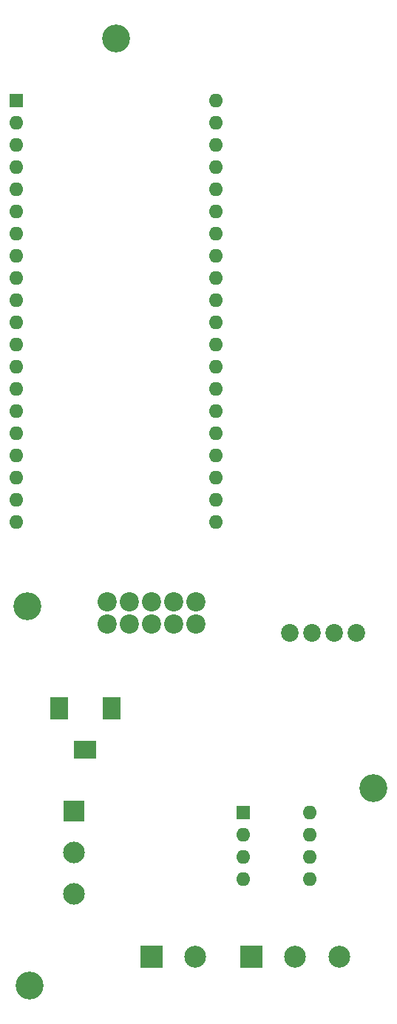
<source format=gbr>
%TF.GenerationSoftware,KiCad,Pcbnew,(6.0.6-0)*%
%TF.CreationDate,2022-11-06T01:19:23-08:00*%
%TF.ProjectId,Main Board,4d61696e-2042-46f6-9172-642e6b696361,rev?*%
%TF.SameCoordinates,Original*%
%TF.FileFunction,Soldermask,Bot*%
%TF.FilePolarity,Negative*%
%FSLAX46Y46*%
G04 Gerber Fmt 4.6, Leading zero omitted, Abs format (unit mm)*
G04 Created by KiCad (PCBNEW (6.0.6-0)) date 2022-11-06 01:19:23*
%MOMM*%
%LPD*%
G01*
G04 APERTURE LIST*
%ADD10R,2.475000X2.475000*%
%ADD11C,2.475000*%
%ADD12C,2.020000*%
%ADD13C,3.200000*%
%ADD14R,2.000000X2.600000*%
%ADD15R,2.600000X2.000000*%
%ADD16R,2.500000X2.500000*%
%ADD17C,2.500000*%
%ADD18C,2.200000*%
%ADD19R,1.600000X1.600000*%
%ADD20O,1.600000X1.600000*%
G04 APERTURE END LIST*
D10*
%TO.C,S1*%
X95250000Y-115900000D03*
D11*
X95250000Y-120650000D03*
X95250000Y-125400000D03*
%TD*%
D12*
%TO.C,J6*%
X127560000Y-95500000D03*
X125020000Y-95500000D03*
X122480000Y-95500000D03*
X119940000Y-95500000D03*
%TD*%
D13*
%TO.C,REF\u002A\u002A*%
X100076000Y-27432000D03*
%TD*%
D14*
%TO.C,J3*%
X99520000Y-104140000D03*
X93520000Y-104140000D03*
D15*
X96520000Y-108840000D03*
%TD*%
D13*
%TO.C,REF\u002A\u002A*%
X129540000Y-113284000D03*
%TD*%
D16*
%TO.C,J5*%
X115570000Y-132588000D03*
D17*
X120570000Y-132588000D03*
X125570000Y-132588000D03*
%TD*%
D18*
%TO.C,J1*%
X99060000Y-91948000D03*
X99060000Y-94488000D03*
X101600000Y-91948000D03*
X101600000Y-94488000D03*
X104140000Y-91948000D03*
X104140000Y-94488000D03*
X106680000Y-91948000D03*
X106680000Y-94488000D03*
X109220000Y-91948000D03*
X109220000Y-94488000D03*
%TD*%
D16*
%TO.C,J4*%
X104140000Y-132588000D03*
D17*
X109140000Y-132588000D03*
%TD*%
D19*
%TO.C,U2*%
X114564000Y-116088000D03*
D20*
X114564000Y-118628000D03*
X114564000Y-121168000D03*
X114564000Y-123708000D03*
X122184000Y-123708000D03*
X122184000Y-121168000D03*
X122184000Y-118628000D03*
X122184000Y-116088000D03*
%TD*%
D13*
%TO.C,REF\u002A\u002A*%
X89916000Y-92456000D03*
%TD*%
D19*
%TO.C,J2*%
X88630000Y-34544000D03*
D20*
X88630000Y-37084000D03*
X88630000Y-39624000D03*
X88630000Y-42164000D03*
X88630000Y-44704000D03*
X88630000Y-47244000D03*
X88630000Y-49784000D03*
X88630000Y-52324000D03*
X88630000Y-54864000D03*
X88630000Y-57404000D03*
X88630000Y-59944000D03*
X88630000Y-62484000D03*
X88630000Y-65024000D03*
X88630000Y-67564000D03*
X88630000Y-70104000D03*
X88630000Y-72644000D03*
X88630000Y-75184000D03*
X88630000Y-77724000D03*
X88630000Y-80264000D03*
X88630000Y-82804000D03*
X111490000Y-82804000D03*
X111490000Y-80264000D03*
X111490000Y-77724000D03*
X111490000Y-75184000D03*
X111490000Y-72644000D03*
X111490000Y-70104000D03*
X111490000Y-67564000D03*
X111490000Y-65024000D03*
X111490000Y-62484000D03*
X111490000Y-59944000D03*
X111490000Y-57404000D03*
X111490000Y-54864000D03*
X111490000Y-52324000D03*
X111490000Y-49784000D03*
X111490000Y-47244000D03*
X111490000Y-44704000D03*
X111490000Y-42164000D03*
X111490000Y-39624000D03*
X111490000Y-37084000D03*
X111490000Y-34544000D03*
%TD*%
D13*
%TO.C,REF\u002A\u002A*%
X90170000Y-135890000D03*
%TD*%
M02*

</source>
